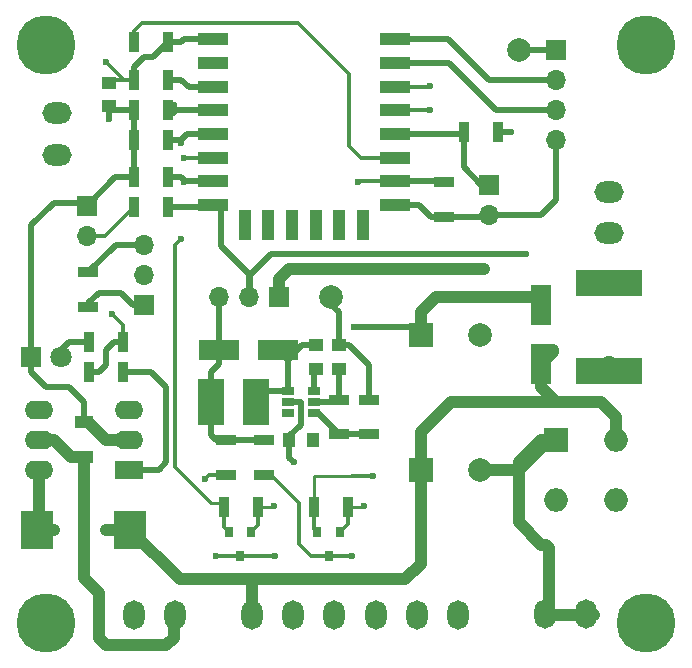
<source format=gbr>
%TF.GenerationSoftware,KiCad,Pcbnew,(5.0.2)-1*%
%TF.CreationDate,2019-04-17T22:45:11+02:00*%
%TF.ProjectId,nfc-door-x4,6e66632d-646f-46f7-922d-78342e6b6963,rev?*%
%TF.SameCoordinates,Original*%
%TF.FileFunction,Copper,L1,Top*%
%TF.FilePolarity,Positive*%
%FSLAX46Y46*%
G04 Gerber Fmt 4.6, Leading zero omitted, Abs format (unit mm)*
G04 Created by KiCad (PCBNEW (5.0.2)-1) date 17.04.2019 22:45:11*
%MOMM*%
%LPD*%
G01*
G04 APERTURE LIST*
%ADD10C,5.000000*%
%ADD11R,1.700000X1.700000*%
%ADD12O,1.700000X1.700000*%
%ADD13R,0.900000X1.700000*%
%ADD14R,1.700000X0.900000*%
%ADD15O,1.800000X2.500000*%
%ADD16O,2.500000X1.800000*%
%ADD17R,2.400000X1.600000*%
%ADD18O,2.400000X1.600000*%
%ADD19R,1.250000X1.000000*%
%ADD20R,0.800000X0.900000*%
%ADD21C,1.998980*%
%ADD22R,2.000000X2.000000*%
%ADD23C,2.000000*%
%ADD24R,1.000000X1.250000*%
%ADD25O,2.000000X2.000000*%
%ADD26R,1.600000X1.000000*%
%ADD27R,1.800000X3.500000*%
%ADD28R,1.800000X1.800000*%
%ADD29C,1.800000*%
%ADD30R,3.500000X1.800000*%
%ADD31R,5.600000X2.300000*%
%ADD32R,2.200000X3.900000*%
%ADD33R,2.700000X3.200000*%
%ADD34R,1.060000X0.650000*%
%ADD35R,1.100000X2.500000*%
%ADD36R,2.500000X1.100000*%
%ADD37C,0.600000*%
%ADD38C,1.000000*%
%ADD39C,0.500000*%
%ADD40C,0.250000*%
%ADD41C,0.300000*%
%ADD42C,1.500000*%
G04 APERTURE END LIST*
D10*
X63920000Y-155634000D03*
X63920000Y-106739000D03*
X114720000Y-155634000D03*
X114720000Y-106739000D03*
D11*
X72175000Y-128710000D03*
D12*
X72175000Y-126170000D03*
X72175000Y-123630000D03*
D11*
X107100000Y-107120000D03*
D12*
X107100000Y-109660000D03*
X107100000Y-112200000D03*
X107100000Y-114740000D03*
D13*
X102200000Y-114105000D03*
X99300000Y-114105000D03*
X74260000Y-112200000D03*
X71360000Y-112200000D03*
X74260000Y-114740000D03*
X71360000Y-114740000D03*
D14*
X67476000Y-125990000D03*
X67476000Y-128890000D03*
D13*
X71360000Y-106485000D03*
X74260000Y-106485000D03*
D15*
X98840000Y-154984000D03*
X95340000Y-154984000D03*
D16*
X64809000Y-116010000D03*
X64809000Y-112510000D03*
D11*
X83605000Y-128075000D03*
D12*
X81065000Y-128075000D03*
X78525000Y-128075000D03*
D17*
X70905000Y-142680000D03*
D18*
X63285000Y-137600000D03*
X70905000Y-140140000D03*
X63285000Y-140140000D03*
X70905000Y-137600000D03*
X63285000Y-142680000D03*
D11*
X101385000Y-118550000D03*
D12*
X101385000Y-121090000D03*
D11*
X67349000Y-120328000D03*
D12*
X67349000Y-122868000D03*
D19*
X69254000Y-109930000D03*
X69254000Y-111930000D03*
X88685000Y-132155000D03*
X88685000Y-134155000D03*
D20*
X81290000Y-147984000D03*
X79390000Y-147984000D03*
X80340000Y-149984000D03*
X88790000Y-147984000D03*
X86890000Y-147984000D03*
X87840000Y-149984000D03*
D21*
X103925000Y-107120000D03*
X88050000Y-128075000D03*
D22*
X95670000Y-142680000D03*
D23*
X100670000Y-142680000D03*
D22*
X95670000Y-131250000D03*
D23*
X100670000Y-131250000D03*
D24*
X84510000Y-140140000D03*
X86510000Y-140140000D03*
D19*
X86780000Y-132155000D03*
X86780000Y-134155000D03*
D25*
X112180000Y-140140000D03*
X107100000Y-145220000D03*
X112180000Y-145220000D03*
D22*
X107100000Y-140140000D03*
D26*
X67095000Y-138640000D03*
X67095000Y-141640000D03*
D27*
X105830000Y-128750000D03*
X105830000Y-133750000D03*
D28*
X62650000Y-133155000D03*
D29*
X65190000Y-133155000D03*
D30*
X83565000Y-132520000D03*
X78565000Y-132520000D03*
D31*
X111545000Y-126915000D03*
X111545000Y-134315000D03*
D16*
X111545000Y-119185000D03*
X111545000Y-122685000D03*
D15*
X74840000Y-154984000D03*
X71340000Y-154984000D03*
X84840000Y-154984000D03*
X81340000Y-154984000D03*
X91840000Y-154984000D03*
X88340000Y-154984000D03*
X109640000Y-154872000D03*
X106140000Y-154872000D03*
D32*
X81695000Y-136965000D03*
X77895000Y-136965000D03*
D33*
X71045000Y-147760000D03*
X63145000Y-147760000D03*
D13*
X70450000Y-131885000D03*
X67550000Y-131885000D03*
X67550000Y-134425000D03*
X70450000Y-134425000D03*
D14*
X88685000Y-136785000D03*
X88685000Y-139685000D03*
X91225000Y-136785000D03*
X91225000Y-139685000D03*
D13*
X74260000Y-109660000D03*
X71360000Y-109660000D03*
D14*
X97575000Y-121270000D03*
X97575000Y-118370000D03*
D13*
X81880000Y-145855000D03*
X78980000Y-145855000D03*
D14*
X79160000Y-140214000D03*
X79160000Y-143114000D03*
D13*
X71360000Y-120455000D03*
X74260000Y-120455000D03*
X71360000Y-117915000D03*
X74260000Y-117915000D03*
X89500000Y-145855000D03*
X86600000Y-145855000D03*
D14*
X82335000Y-140214000D03*
X82335000Y-143114000D03*
D34*
X84410000Y-136015000D03*
X84410000Y-136965000D03*
X84410000Y-137915000D03*
X86610000Y-137915000D03*
X86610000Y-136015000D03*
X86610000Y-136965000D03*
D35*
X90750000Y-121960000D03*
X88750000Y-121960000D03*
X86750000Y-121960000D03*
X84750000Y-121960000D03*
X82750000Y-121960000D03*
X80750000Y-121960000D03*
D36*
X93460000Y-106260000D03*
X93460000Y-108260000D03*
X93460000Y-110260000D03*
X93460000Y-112260000D03*
X93460000Y-114260000D03*
X93460000Y-116260000D03*
X93460000Y-118260000D03*
X93460000Y-120260000D03*
X78060000Y-120260000D03*
X78060000Y-118260000D03*
X78060000Y-116260000D03*
X78060000Y-114260000D03*
X78060000Y-112260000D03*
X78060000Y-110260000D03*
X78060000Y-108260000D03*
X78060000Y-106260000D03*
D37*
X88685000Y-136785000D03*
X86780000Y-140140000D03*
X101004000Y-125662000D03*
X69254000Y-112962000D03*
X103290000Y-114105000D03*
X104560000Y-124392000D03*
X83224000Y-145728000D03*
X90844000Y-145728000D03*
X69000000Y-147760000D03*
X106846000Y-132520000D03*
X75604000Y-118296000D03*
X69508000Y-129472000D03*
X89840000Y-149984000D03*
X111545000Y-133790000D03*
X78340000Y-149984000D03*
X77340000Y-143484000D03*
X83340000Y-149984000D03*
X84875000Y-142045000D03*
X89955000Y-130615000D03*
X64555000Y-147760000D03*
X91606000Y-143188000D03*
X96432000Y-112200000D03*
X75350000Y-123122000D03*
X96432000Y-110168000D03*
X110275000Y-126805000D03*
X75350000Y-114994000D03*
X74715000Y-111819000D03*
X90336000Y-118296000D03*
X69000000Y-108136000D03*
X75604000Y-116264000D03*
D38*
X67095000Y-138640000D02*
X67500000Y-138640000D01*
X69000000Y-140140000D02*
X70905000Y-140140000D01*
X67500000Y-138640000D02*
X69000000Y-140140000D01*
D39*
X62650000Y-133155000D02*
X62650000Y-134425000D01*
X67095000Y-136965000D02*
X67095000Y-138640000D01*
X65825000Y-135695000D02*
X67095000Y-136965000D01*
X63920000Y-135695000D02*
X65825000Y-135695000D01*
X62650000Y-134425000D02*
X63920000Y-135695000D01*
X71360000Y-117915000D02*
X71360000Y-114740000D01*
X71360000Y-114740000D02*
X71360000Y-112200000D01*
X92760000Y-120260000D02*
X95475000Y-120260000D01*
X96485000Y-121270000D02*
X97575000Y-121270000D01*
X95475000Y-120260000D02*
X96485000Y-121270000D01*
X97575000Y-121270000D02*
X101205000Y-121270000D01*
X101205000Y-121270000D02*
X101385000Y-121090000D01*
X101385000Y-121090000D02*
X105830000Y-121090000D01*
X107100000Y-119820000D02*
X107100000Y-114740000D01*
X105830000Y-121090000D02*
X107100000Y-119820000D01*
D38*
X107100000Y-140140000D02*
X105830000Y-140140000D01*
X103925000Y-147125000D02*
X105830000Y-149030000D01*
X103925000Y-142045000D02*
X103925000Y-147125000D01*
X105830000Y-140140000D02*
X103925000Y-142045000D01*
X100670000Y-142680000D02*
X103925000Y-142680000D01*
X106465000Y-140140000D02*
X107100000Y-140140000D01*
X103925000Y-142680000D02*
X106465000Y-140140000D01*
D39*
X88505000Y-136965000D02*
X88685000Y-136785000D01*
X88685000Y-136785000D02*
X88685000Y-134155000D01*
X86610000Y-136965000D02*
X88505000Y-136965000D01*
X88505000Y-136965000D02*
X88685000Y-136785000D01*
X86780000Y-140140000D02*
X86510000Y-140140000D01*
D38*
X83605000Y-128075000D02*
X83605000Y-126551000D01*
X84494000Y-125662000D02*
X98972000Y-125662000D01*
X98972000Y-125662000D02*
X101004000Y-125662000D01*
X83605000Y-126551000D02*
X84494000Y-125662000D01*
X98972000Y-125662000D02*
X101004000Y-125662000D01*
D39*
X71360000Y-112200000D02*
X69524000Y-112200000D01*
X69524000Y-112200000D02*
X69254000Y-111930000D01*
X69254000Y-111930000D02*
X69254000Y-112962000D01*
D38*
X105830000Y-149030000D02*
X106211000Y-149030000D01*
X106465000Y-149284000D02*
X106465000Y-154999000D01*
X106211000Y-149030000D02*
X106465000Y-149284000D01*
X110275000Y-154999000D02*
X106465000Y-154999000D01*
D39*
X71360000Y-117915000D02*
X69762000Y-117915000D01*
X69762000Y-117915000D02*
X67603000Y-120074000D01*
X67603000Y-120074000D02*
X64555000Y-120074000D01*
X62650000Y-121979000D02*
X62650000Y-133155000D01*
X64555000Y-120074000D02*
X62650000Y-121979000D01*
X74260000Y-120455000D02*
X78565000Y-120455000D01*
X78565000Y-120455000D02*
X78760000Y-120260000D01*
X107100000Y-107120000D02*
X103925000Y-107120000D01*
X103290000Y-114105000D02*
X102200000Y-114105000D01*
X78760000Y-120260000D02*
X78760000Y-123738000D01*
X81192000Y-127948000D02*
X81065000Y-128075000D01*
X81192000Y-126170000D02*
X81192000Y-127948000D01*
X80430000Y-125408000D02*
X81192000Y-126170000D01*
X78760000Y-123738000D02*
X80430000Y-125408000D01*
X81065000Y-128075000D02*
X81065000Y-126297000D01*
X82970000Y-124392000D02*
X104560000Y-124392000D01*
X81065000Y-126297000D02*
X82970000Y-124392000D01*
D40*
X81880000Y-145855000D02*
X83097000Y-145855000D01*
X83097000Y-145855000D02*
X83224000Y-145728000D01*
X90717000Y-145855000D02*
X89500000Y-145855000D01*
X90844000Y-145728000D02*
X90717000Y-145855000D01*
D41*
X81880000Y-145855000D02*
X81880000Y-147394000D01*
X81880000Y-147394000D02*
X81290000Y-147984000D01*
X88790000Y-147984000D02*
X88840000Y-147984000D01*
X89500000Y-147324000D02*
X89500000Y-145855000D01*
X88840000Y-147984000D02*
X89500000Y-147324000D01*
D38*
X112180000Y-140140000D02*
X112180000Y-138235000D01*
X95670000Y-139505000D02*
X95670000Y-142680000D01*
X110910000Y-136965000D02*
X98210000Y-136965000D01*
X98210000Y-136965000D02*
X95670000Y-139505000D01*
X112180000Y-138235000D02*
X110910000Y-136965000D01*
X105830000Y-135568000D02*
X105830000Y-135695000D01*
X107100000Y-136965000D02*
X110910000Y-136965000D01*
X105830000Y-135695000D02*
X107100000Y-136965000D01*
X110910000Y-136965000D02*
X112180000Y-138235000D01*
X71045000Y-147760000D02*
X69000000Y-147760000D01*
X105830000Y-135568000D02*
X105830000Y-133750000D01*
X105830000Y-133750000D02*
X106846000Y-132734000D01*
X106846000Y-132734000D02*
X106846000Y-132520000D01*
X95670000Y-142680000D02*
X95670000Y-150654000D01*
X75269000Y-151984000D02*
X71045000Y-147760000D01*
X94340000Y-151984000D02*
X81340000Y-151984000D01*
X81340000Y-151984000D02*
X75269000Y-151984000D01*
X95670000Y-150654000D02*
X94340000Y-151984000D01*
X81340000Y-154984000D02*
X81340000Y-151984000D01*
D39*
X78525000Y-128075000D02*
X78525000Y-132480000D01*
X78525000Y-132480000D02*
X78565000Y-132520000D01*
X78565000Y-132520000D02*
X78565000Y-133750000D01*
X78565000Y-133750000D02*
X77895000Y-134420000D01*
X77895000Y-134420000D02*
X77895000Y-136965000D01*
X88685000Y-132155000D02*
X88685000Y-129345000D01*
X88050000Y-128710000D02*
X88050000Y-128075000D01*
X88685000Y-129345000D02*
X88050000Y-128710000D01*
X91225000Y-136785000D02*
X91225000Y-133790000D01*
X89590000Y-132155000D02*
X88685000Y-132155000D01*
X91225000Y-133790000D02*
X89590000Y-132155000D01*
X82335000Y-140214000D02*
X79160000Y-140214000D01*
X79160000Y-140214000D02*
X78345000Y-140214000D01*
X77895000Y-139764000D02*
X77895000Y-136965000D01*
X78345000Y-140214000D02*
X77895000Y-139764000D01*
X92760000Y-106260000D02*
X97985000Y-106260000D01*
X101385000Y-109660000D02*
X107100000Y-109660000D01*
X97985000Y-106260000D02*
X101385000Y-109660000D01*
X70450000Y-134425000D02*
X72810000Y-134425000D01*
X73445000Y-142680000D02*
X70905000Y-142680000D01*
X74080000Y-142045000D02*
X73445000Y-142680000D01*
X74080000Y-135695000D02*
X74080000Y-142045000D01*
X72810000Y-134425000D02*
X74080000Y-135695000D01*
X92760000Y-108260000D02*
X98080000Y-108260000D01*
X102020000Y-112200000D02*
X107100000Y-112200000D01*
X98080000Y-108260000D02*
X102020000Y-112200000D01*
X67550000Y-134425000D02*
X68365000Y-134425000D01*
X69635000Y-131885000D02*
X70450000Y-131885000D01*
X69000000Y-132520000D02*
X69635000Y-131885000D01*
X69000000Y-133790000D02*
X69000000Y-132520000D01*
X68365000Y-134425000D02*
X69000000Y-133790000D01*
X74260000Y-117915000D02*
X75350000Y-117915000D01*
X75350000Y-117915000D02*
X75695000Y-118260000D01*
X75695000Y-118260000D02*
X78760000Y-118260000D01*
D41*
X70450000Y-131885000D02*
X70450000Y-130414000D01*
X75640000Y-118260000D02*
X78760000Y-118260000D01*
X75604000Y-118296000D02*
X75640000Y-118260000D01*
X70450000Y-130414000D02*
X69508000Y-129472000D01*
X82335000Y-143114000D02*
X82970000Y-143114000D01*
X86340000Y-149984000D02*
X87840000Y-149984000D01*
X85340000Y-148984000D02*
X86340000Y-149984000D01*
X85340000Y-145484000D02*
X85340000Y-148984000D01*
X82970000Y-143114000D02*
X85340000Y-145484000D01*
X87840000Y-149984000D02*
X89840000Y-149984000D01*
D38*
X67095000Y-141640000D02*
X66055000Y-141640000D01*
X64555000Y-140140000D02*
X63285000Y-140140000D01*
X66055000Y-141640000D02*
X64555000Y-140140000D01*
X67095000Y-141640000D02*
X67095000Y-151824000D01*
X74715000Y-156904000D02*
X74715000Y-154999000D01*
X74080000Y-157539000D02*
X74715000Y-156904000D01*
X69000000Y-157539000D02*
X74080000Y-157539000D01*
X68365000Y-156904000D02*
X69000000Y-157539000D01*
X68365000Y-153094000D02*
X68365000Y-156904000D01*
X67095000Y-151824000D02*
X68365000Y-153094000D01*
D42*
X111545000Y-133790000D02*
X111545000Y-134315000D01*
D41*
X79160000Y-143114000D02*
X77710000Y-143114000D01*
X78340000Y-149984000D02*
X80340000Y-149984000D01*
X77710000Y-143114000D02*
X77340000Y-143484000D01*
X80340000Y-149984000D02*
X83340000Y-149984000D01*
D39*
X86610000Y-136015000D02*
X86610000Y-134325000D01*
X86610000Y-134325000D02*
X86780000Y-134155000D01*
X86610000Y-137915000D02*
X86915000Y-137915000D01*
X86915000Y-137915000D02*
X88685000Y-139685000D01*
X88685000Y-139685000D02*
X91225000Y-139685000D01*
X84410000Y-136965000D02*
X85510000Y-136965000D01*
X84510000Y-139870000D02*
X84510000Y-140140000D01*
X85510000Y-138870000D02*
X84510000Y-139870000D01*
X85510000Y-136965000D02*
X85510000Y-138870000D01*
D38*
X95670000Y-131250000D02*
X95670000Y-129345000D01*
X105155000Y-128075000D02*
X105830000Y-128750000D01*
X96940000Y-128075000D02*
X105155000Y-128075000D01*
X95670000Y-129345000D02*
X96940000Y-128075000D01*
D39*
X84510000Y-140140000D02*
X84510000Y-141680000D01*
X84510000Y-141680000D02*
X84875000Y-142045000D01*
X95670000Y-130615000D02*
X89955000Y-130615000D01*
X84410000Y-136015000D02*
X82645000Y-136015000D01*
X82645000Y-136015000D02*
X81695000Y-136965000D01*
X84410000Y-136015000D02*
X84410000Y-133365000D01*
X84410000Y-133365000D02*
X83565000Y-132520000D01*
X86780000Y-132155000D02*
X85620000Y-132155000D01*
X85620000Y-132155000D02*
X84410000Y-133365000D01*
X84410000Y-133365000D02*
X83565000Y-132520000D01*
D38*
X63285000Y-142680000D02*
X63285000Y-147620000D01*
X63285000Y-147620000D02*
X63145000Y-147760000D01*
X63145000Y-147760000D02*
X64555000Y-147760000D01*
D39*
X65190000Y-133155000D02*
X65190000Y-132520000D01*
X65825000Y-131885000D02*
X67550000Y-131885000D01*
X65190000Y-132520000D02*
X65825000Y-131885000D01*
D41*
X89828000Y-143188000D02*
X90082000Y-143188000D01*
X90082000Y-143188000D02*
X91606000Y-143188000D01*
X96432000Y-112200000D02*
X96372000Y-112260000D01*
X96372000Y-112260000D02*
X92760000Y-112260000D01*
D40*
X86600000Y-145855000D02*
X86600000Y-143188000D01*
X86600000Y-143188000D02*
X89828000Y-143188000D01*
D41*
X86600000Y-145855000D02*
X86600000Y-147694000D01*
X86600000Y-147694000D02*
X86890000Y-147984000D01*
X96432000Y-110168000D02*
X96340000Y-110260000D01*
D40*
X78980000Y-145855000D02*
X78599000Y-145474000D01*
X77890000Y-145474000D02*
X78599000Y-145474000D01*
X75350000Y-142934000D02*
X77890000Y-145474000D01*
D41*
X96340000Y-110260000D02*
X92760000Y-110260000D01*
X75350000Y-142934000D02*
X74842000Y-142426000D01*
X74842000Y-142426000D02*
X74842000Y-123630000D01*
X74842000Y-123630000D02*
X75350000Y-123122000D01*
X78980000Y-145855000D02*
X78980000Y-147574000D01*
X78980000Y-147574000D02*
X79390000Y-147984000D01*
D42*
X110385000Y-126915000D02*
X111545000Y-126915000D01*
X110275000Y-126805000D02*
X110385000Y-126915000D01*
D39*
X74260000Y-114740000D02*
X75350000Y-114740000D01*
X75830000Y-114260000D02*
X78760000Y-114260000D01*
X75350000Y-114740000D02*
X75830000Y-114260000D01*
X75350000Y-114994000D02*
X75350000Y-114740000D01*
X75350000Y-114740000D02*
X75350000Y-114994000D01*
X74260000Y-112200000D02*
X78700000Y-112200000D01*
X78700000Y-112200000D02*
X78760000Y-112260000D01*
X74715000Y-112200000D02*
X74715000Y-112454000D01*
X74715000Y-111819000D02*
X74715000Y-112200000D01*
X92760000Y-118260000D02*
X97465000Y-118260000D01*
X97465000Y-118260000D02*
X97575000Y-118370000D01*
D41*
X92760000Y-118260000D02*
X90372000Y-118260000D01*
X90372000Y-118260000D02*
X90336000Y-118296000D01*
D39*
X92760000Y-114260000D02*
X99145000Y-114260000D01*
X99145000Y-114260000D02*
X99300000Y-114105000D01*
X101385000Y-118550000D02*
X100750000Y-118550000D01*
X99300000Y-117100000D02*
X99300000Y-114105000D01*
X100750000Y-118550000D02*
X99300000Y-117100000D01*
X74260000Y-109660000D02*
X75350000Y-109660000D01*
X78725000Y-110295000D02*
X78760000Y-110260000D01*
X75985000Y-110295000D02*
X78725000Y-110295000D01*
X75350000Y-109660000D02*
X75985000Y-110295000D01*
X74260000Y-106485000D02*
X75350000Y-106485000D01*
X75350000Y-106485000D02*
X75575000Y-106260000D01*
X75575000Y-106260000D02*
X78760000Y-106260000D01*
X71360000Y-109660000D02*
X71360000Y-108570000D01*
X71360000Y-108570000D02*
X72175000Y-107755000D01*
X72175000Y-107755000D02*
X72990000Y-107755000D01*
X72990000Y-107755000D02*
X74260000Y-106485000D01*
D41*
X71360000Y-109660000D02*
X69524000Y-109660000D01*
X69524000Y-109660000D02*
X69254000Y-109930000D01*
X67349000Y-122868000D02*
X68947000Y-122868000D01*
X68947000Y-122868000D02*
X71360000Y-120455000D01*
D40*
X70524000Y-109660000D02*
X71360000Y-109660000D01*
X69000000Y-108136000D02*
X70524000Y-109660000D01*
D41*
X71360000Y-106485000D02*
X71360000Y-105522000D01*
X90586000Y-116260000D02*
X92760000Y-116260000D01*
X89574000Y-115248000D02*
X90586000Y-116260000D01*
X89574000Y-109152000D02*
X89574000Y-115248000D01*
X85256000Y-104834000D02*
X89574000Y-109152000D01*
X72048000Y-104834000D02*
X85256000Y-104834000D01*
X71360000Y-105522000D02*
X72048000Y-104834000D01*
X75608000Y-116260000D02*
X78760000Y-116260000D01*
X75604000Y-116264000D02*
X75608000Y-116260000D01*
D39*
X72175000Y-123630000D02*
X69836000Y-123630000D01*
X69836000Y-123630000D02*
X67476000Y-125990000D01*
X67476000Y-128890000D02*
X67476000Y-128583000D01*
X71286000Y-128710000D02*
X72175000Y-128710000D01*
X70270000Y-127694000D02*
X71286000Y-128710000D01*
X68365000Y-127694000D02*
X70270000Y-127694000D01*
X67476000Y-128583000D02*
X68365000Y-127694000D01*
M02*

</source>
